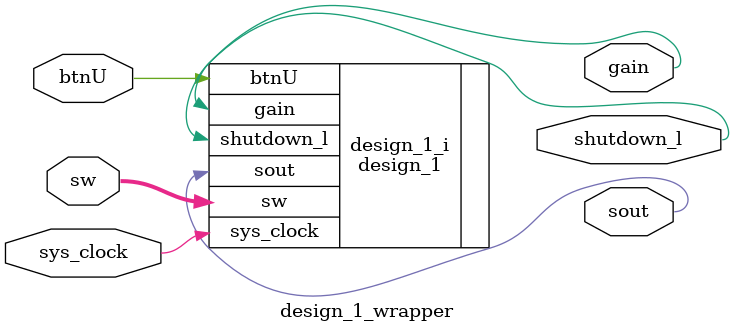
<source format=v>
`timescale 1 ps / 1 ps

module design_1_wrapper
   (btnU,
    gain,
    shutdown_l,
    sout,
    sw,
    sys_clock);
  input btnU;
  output [0:0]gain;
  output [0:0]shutdown_l;
  output sout;
  input [15:0]sw;
  input sys_clock;

  wire btnU;
  wire [0:0]gain;
  wire [0:0]shutdown_l;
  wire sout;
  wire [15:0]sw;
  wire sys_clock;

  design_1 design_1_i
       (.btnU(btnU),
        .gain(gain),
        .shutdown_l(shutdown_l),
        .sout(sout),
        .sw(sw),
        .sys_clock(sys_clock));
endmodule

</source>
